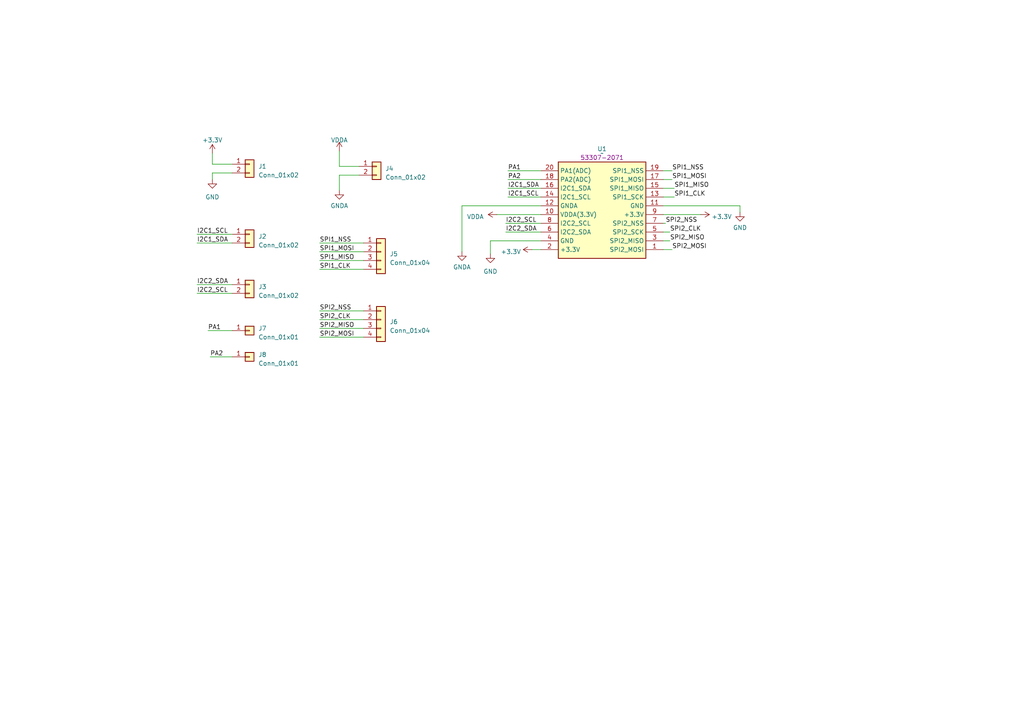
<source format=kicad_sch>
(kicad_sch (version 20230121) (generator eeschema)
  (paper "A4")
  (lib_symbols
    (symbol "Connector_Generic:Conn_01x01" (pin_names (offset 1.016) hide)
      (property "Reference" "J" (at 0 2.54 0))
      (property "Value" "Conn_01x01" (at 0 -2.54 0))
      (symbol "Conn_01x01_1_1"
        (rectangle (start -1.27 0.127) (end 0 -0.127) (stroke (width 0.1524)))
        (rectangle (start -1.27 1.27) (end 1.27 -1.27) (stroke (width 0.254)) (fill (type background)))
        (pin passive line (at -5.08 0 0) (length 3.81) (name "Pin_1") (number "1"))
      )
    )
    (symbol "Connector_Generic:Conn_01x02" (pin_names (offset 1.016) hide)
      (property "Reference" "J" (at 0 2.54 0))
      (property "Value" "Conn_01x02" (at 0 -5.08 0))
      (symbol "Conn_01x02_1_1"
        (rectangle (start -1.27 -2.413) (end 0 -2.667) (stroke (width 0.1524)))
        (rectangle (start -1.27 0.127) (end 0 -0.127) (stroke (width 0.1524)))
        (rectangle (start -1.27 1.27) (end 1.27 -3.81) (stroke (width 0.254)) (fill (type background)))
        (pin passive line (at -5.08 0 0) (length 3.81) (name "Pin_1") (number "1"))
        (pin passive line (at -5.08 -2.54 0) (length 3.81) (name "Pin_2") (number "2"))
      )
    )
    (symbol "Connector_Generic:Conn_01x04" (pin_names (offset 1.016) hide)
      (property "Reference" "J" (at 0 5.08 0))
      (property "Value" "Conn_01x04" (at 0 -7.62 0))
      (symbol "Conn_01x04_1_1"
        (rectangle (start -1.27 -4.953) (end 0 -5.207) (stroke (width 0.1524)))
        (rectangle (start -1.27 -2.413) (end 0 -2.667) (stroke (width 0.1524)))
        (rectangle (start -1.27 0.127) (end 0 -0.127) (stroke (width 0.1524)))
        (rectangle (start -1.27 2.667) (end 0 2.413) (stroke (width 0.1524)))
        (rectangle (start -1.27 3.81) (end 1.27 -6.35) (stroke (width 0.254)) (fill (type background)))
        (pin passive line (at -5.08 2.54 0) (length 3.81) (name "Pin_1") (number "1"))
        (pin passive line (at -5.08 0 0) (length 3.81) (name "Pin_2") (number "2"))
        (pin passive line (at -5.08 -2.54 0) (length 3.81) (name "Pin_3") (number "3"))
        (pin passive line (at -5.08 -5.08 0) (length 3.81) (name "Pin_4") (number "4"))
      )
    )
    (symbol "power:+3.3V" (power) (pin_names (offset 0))
      (property "Value" "+3.3V" (at 0 3.556 0))
      (symbol "+3.3V_0_1"
        (polyline (pts (xy -0.762 1.27) (xy 0 2.54)))
        (polyline (pts (xy 0 0) (xy 0 2.54)))
        (polyline (pts (xy 0 2.54) (xy 0.762 1.27)))
      )
      (symbol "+3.3V_1_1"
        (pin power_in line (at 0 0 90) (length 0) hide (name "+3.3V") (number "1"))
      )
    )
    (symbol "power:GND" (power) (pin_names (offset 0))
      (property "Value" "GND" (at 0 -3.81 0))
      (symbol "GND_0_1"
        (polyline (pts (xy 0 0) (xy 0 -1.27) (xy 1.27 -1.27) (xy 0 -2.54) (xy -1.27 -1.27) (xy 0 -1.27)))
      )
      (symbol "GND_1_1"
        (pin power_in line (at 0 0 270) (length 0) hide (name "GND") (number "1"))
      )
    )
    (symbol "power:GNDA" (power) (pin_names (offset 0))
      (property "Value" "GNDA" (at 0 -3.81 0))
      (symbol "GNDA_0_1"
        (polyline (pts (xy 0 0) (xy 0 -1.27) (xy 1.27 -1.27) (xy 0 -2.54) (xy -1.27 -1.27) (xy 0 -1.27)))
      )
      (symbol "GNDA_1_1"
        (pin power_in line (at 0 0 270) (length 0) hide (name "GNDA") (number "1"))
      )
    )
    (symbol "power:VDDA" (power) (pin_names (offset 0))
      (property "Value" "VDDA" (at 0 3.81 0))
      (symbol "VDDA_0_1"
        (polyline (pts (xy -0.762 1.27) (xy 0 2.54)))
        (polyline (pts (xy 0 0) (xy 0 2.54)))
        (polyline (pts (xy 0 2.54) (xy 0.762 1.27)))
      )
      (symbol "VDDA_1_1"
        (pin power_in line (at 0 0 90) (length 0) hide (name "VDDA") (number "1"))
      )
    )
    (symbol "utsvt-misc:PeripheralSOM"
      (property "Reference" "U" (at 0 -1.27 0))
      (property "P/N" "53307-2071" (at 0 0 0))
      (symbol "PeripheralSOM_1_1"
        (rectangle (start -12.7 -2.54) (end 12.7 -30.48) (stroke (width 0.254)) (fill (type background)))
        (pin passive line (at 17.78 -27.94 180) (length 5.08) (name "SPI2_MOSI") (number "1"))
        (pin passive line (at -17.78 -17.78 0) (length 5.08) (name "VDDA(3.3V)") (number "10"))
        (pin output line (at 17.78 -15.24 180) (length 5.08) (name "GND") (number "11"))
        (pin output line (at -17.78 -15.24 0) (length 5.08) (name "GNDA") (number "12"))
        (pin passive line (at 17.78 -12.7 180) (length 5.08) (name "SPI1_SCK") (number "13"))
        (pin passive line (at -17.78 -12.7 0) (length 5.08) (name "I2C1_SCL") (number "14"))
        (pin passive line (at 17.78 -10.16 180) (length 5.08) (name "SPI1_MISO") (number "15"))
        (pin passive line (at -17.78 -10.16 0) (length 5.08) (name "I2C1_SDA") (number "16"))
        (pin passive line (at 17.78 -7.62 180) (length 5.08) (name "SPI1_MOSI") (number "17"))
        (pin passive line (at -17.78 -7.62 0) (length 5.08) (name "PA2(ADC)") (number "18"))
        (pin passive line (at 17.78 -5.08 180) (length 5.08) (name "SPI1_NSS") (number "19"))
        (pin passive line (at -17.78 -27.94 0) (length 5.08) (name "+3.3V") (number "2"))
        (pin passive line (at -17.78 -5.08 0) (length 5.08) (name "PA1(ADC)") (number "20"))
        (pin passive line (at 17.78 -25.4 180) (length 5.08) (name "SPI2_MISO") (number "3"))
        (pin output line (at -17.78 -25.4 0) (length 5.08) (name "GND") (number "4"))
        (pin passive line (at 17.78 -22.86 180) (length 5.08) (name "SPI2_SCK") (number "5"))
        (pin passive line (at -17.78 -22.86 0) (length 5.08) (name "I2C2_SDA") (number "6"))
        (pin passive line (at 17.78 -20.32 180) (length 5.08) (name "SPI2_NSS") (number "7"))
        (pin passive line (at -17.78 -20.32 0) (length 5.08) (name "I2C2_SCL") (number "8"))
        (pin output line (at 17.78 -17.78 180) (length 5.08) (name "+3.3V") (number "9"))
      )
    )
  )
  (wire (pts (xy 98.425 50.8) (xy 98.425 55.245)))
  (wire (pts (xy 92.71 78.105) (xy 105.41 78.105)))
  (wire (pts (xy 192.405 52.07) (xy 194.945 52.07)))
  (wire (pts (xy 192.405 72.39) (xy 194.945 72.39)))
  (wire (pts (xy 61.595 47.625) (xy 67.31 47.625)))
  (wire (pts (xy 147.32 49.53) (xy 156.845 49.53)))
  (wire (pts (xy 147.32 57.15) (xy 156.845 57.15)))
  (wire (pts (xy 133.985 73.025) (xy 133.985 59.69)))
  (wire (pts (xy 92.71 70.485) (xy 105.41 70.485)))
  (wire (pts (xy 192.405 62.23) (xy 203.2 62.23)))
  (wire (pts (xy 192.405 67.31) (xy 194.31 67.31)))
  (wire (pts (xy 133.985 59.69) (xy 156.845 59.69)))
  (wire (pts (xy 57.15 85.09) (xy 67.31 85.09)))
  (wire (pts (xy 92.71 90.17) (xy 105.41 90.17)))
  (wire (pts (xy 147.32 54.61) (xy 156.845 54.61)))
  (wire (pts (xy 60.325 95.885) (xy 67.31 95.885)))
  (wire (pts (xy 61.595 50.165) (xy 67.31 50.165)))
  (wire (pts (xy 98.425 50.8) (xy 104.14 50.8)))
  (wire (pts (xy 193.04 64.77) (xy 192.405 64.77)))
  (wire (pts (xy 60.96 103.505) (xy 67.31 103.505)))
  (wire (pts (xy 154.305 72.39) (xy 156.845 72.39)))
  (wire (pts (xy 98.425 43.815) (xy 98.425 48.26)))
  (wire (pts (xy 92.71 97.79) (xy 105.41 97.79)))
  (wire (pts (xy 214.63 59.69) (xy 214.63 61.595)))
  (wire (pts (xy 192.405 49.53) (xy 194.945 49.53)))
  (wire (pts (xy 57.15 70.485) (xy 67.31 70.485)))
  (wire (pts (xy 192.405 54.61) (xy 195.58 54.61)))
  (wire (pts (xy 61.595 52.07) (xy 61.595 50.165)))
  (wire (pts (xy 142.24 69.85) (xy 156.845 69.85)))
  (wire (pts (xy 192.405 57.15) (xy 195.58 57.15)))
  (wire (pts (xy 92.71 95.25) (xy 105.41 95.25)))
  (wire (pts (xy 98.425 48.26) (xy 104.14 48.26)))
  (wire (pts (xy 92.71 75.565) (xy 105.41 75.565)))
  (wire (pts (xy 92.71 92.71) (xy 105.41 92.71)))
  (wire (pts (xy 192.405 59.69) (xy 214.63 59.69)))
  (wire (pts (xy 57.15 82.55) (xy 67.31 82.55)))
  (wire (pts (xy 192.405 69.85) (xy 194.31 69.85)))
  (wire (pts (xy 142.24 73.66) (xy 142.24 69.85)))
  (wire (pts (xy 147.32 52.07) (xy 156.845 52.07)))
  (wire (pts (xy 146.685 64.77) (xy 156.845 64.77)))
  (wire (pts (xy 61.595 44.45) (xy 61.595 47.625)))
  (wire (pts (xy 57.15 67.945) (xy 67.31 67.945)))
  (wire (pts (xy 92.71 73.025) (xy 105.41 73.025)))
  (wire (pts (xy 144.145 62.23) (xy 156.845 62.23)))
  (wire (pts (xy 146.685 67.31) (xy 156.845 67.31)))
  (label "SPI1_NSS" (at 194.945 49.53 0))
  (label "SPI2_CLK" (at 92.71 92.71 0))
  (label "PA1" (at 60.325 95.885 0))
  (label "SPI2_NSS" (at 92.71 90.17 0))
  (label "SPI1_MISO" (at 195.58 54.61 0))
  (label "I2C1_SDA" (at 57.15 70.485 0))
  (label "SPI1_NSS" (at 92.71 70.485 0))
  (label "I2C1_SCL" (at 57.15 67.945 0))
  (label "SPI2_MISO" (at 92.71 95.25 0))
  (label "PA2" (at 147.32 52.07 0))
  (label "I2C2_SDA" (at 57.15 82.55 0))
  (label "SPI2_MOSI" (at 194.945 72.39 0))
  (label "I2C2_SCL" (at 57.15 85.09 0))
  (label "I2C2_SCL" (at 146.685 64.77 0))
  (label "PA2" (at 60.96 103.505 0))
  (label "I2C1_SDA" (at 147.32 54.61 0))
  (label "SPI1_CLK" (at 92.71 78.105 0))
  (label "I2C1_SCL" (at 147.32 57.15 0))
  (label "SPI1_MISO" (at 92.71 75.565 0))
  (label "SPI1_MOSI" (at 92.71 73.025 0))
  (label "SPI1_CLK" (at 195.58 57.15 0))
  (label "I2C2_SDA" (at 146.685 67.31 0))
  (label "SPI2_CLK" (at 194.31 67.31 0))
  (label "PA1" (at 147.32 49.53 0))
  (label "SPI1_MOSI" (at 194.945 52.07 0))
  (label "SPI2_MOSI" (at 92.71 97.79 0))
  (label "SPI2_MISO" (at 194.31 69.85 0))
  (label "SPI2_NSS" (at 193.04 64.77 0))
  (symbol (lib_id "power:+3.3V") (at 61.595 44.45 0) (unit 1)
    (property "Reference" "#PWR01" (effects hide))
    (property "Value" "+3.3V" (at 61.595 40.64 0))
  )
  (symbol (lib_id "Connector_Generic:Conn_01x01") (at 72.39 95.885 0) (unit 1)
    (property "Reference" "J7" (at 74.93 95.25 0) (effects (justify left)))
    (property "Value" "Conn_01x01" (at 74.93 97.79 0) (effects (justify left)))
    (property "Footprint" "Connector_PinHeader_2.54mm:PinHeader_1x01_P2.54mm_Vertical" (effects hide))
  )
  (symbol (lib_id "Connector_Generic:Conn_01x02") (at 72.39 47.625 0) (unit 1)
    (property "Reference" "J1" (at 74.93 48.26 0) (effects (justify left)))
    (property "Value" "Conn_01x02" (at 74.93 50.8 0) (effects (justify left)))
    (property "Footprint" "Connector_PinHeader_2.54mm:PinHeader_1x02_P2.54mm_Vertical" (effects hide))
  )
  (symbol (lib_id "power:VDDA") (at 98.425 43.815 0) (unit 1)
    (property "Reference" "#PWR03" (effects hide))
    (property "Value" "VDDA" (at 98.425 40.64 0))
  )
  (symbol (lib_id "Connector_Generic:Conn_01x01") (at 72.39 103.505 0) (unit 1)
    (property "Reference" "J8" (at 74.93 102.87 0) (effects (justify left)))
    (property "Value" "Conn_01x01" (at 74.93 105.41 0) (effects (justify left)))
    (property "Footprint" "Connector_PinHeader_2.54mm:PinHeader_1x01_P2.54mm_Vertical" (effects hide))
  )
  (symbol (lib_id "power:GND") (at 214.63 61.595 0) (unit 1)
    (property "Reference" "#PWR06" (effects hide))
    (property "Value" "GND" (at 214.63 66.04 0))
  )
  (symbol (lib_id "Connector_Generic:Conn_01x02") (at 72.39 67.945 0) (unit 1)
    (property "Reference" "J2" (at 74.93 68.58 0) (effects (justify left)))
    (property "Value" "Conn_01x02" (at 74.93 71.12 0) (effects (justify left)))
    (property "Footprint" "Connector_PinHeader_2.54mm:PinHeader_1x02_P2.54mm_Vertical" (effects hide))
  )
  (symbol (lib_id "power:GNDA") (at 98.425 55.245 0) (unit 1)
    (property "Reference" "#PWR04" (effects hide))
    (property "Value" "GNDA" (at 98.425 59.69 0))
  )
  (symbol (lib_id "power:GND") (at 142.24 73.66 0) (unit 1)
    (property "Reference" "#PWR05" (effects hide))
    (property "Value" "GND" (at 142.24 78.74 0))
  )
  (symbol (lib_id "power:GND") (at 61.595 52.07 0) (unit 1)
    (property "Reference" "#PWR02" (effects hide))
    (property "Value" "GND" (at 61.595 57.15 0))
  )
  (symbol (lib_id "Connector_Generic:Conn_01x04") (at 110.49 73.025 0) (unit 1)
    (property "Reference" "J5" (at 113.03 73.66 0) (effects (justify left)))
    (property "Value" "Conn_01x04" (at 113.03 76.2 0) (effects (justify left)))
    (property "Footprint" "Connector_PinHeader_2.54mm:PinHeader_1x04_P2.54mm_Vertical" (effects hide))
  )
  (symbol (lib_id "power:+3.3V") (at 203.2 62.23 270) (unit 1)
    (property "Reference" "#PWR010" (effects hide))
    (property "Value" "+3.3V" (at 206.375 62.865 90) (effects (justify left)))
  )
  (symbol (lib_id "power:GNDA") (at 133.985 73.025 0) (unit 1)
    (property "Reference" "#PWR09" (effects hide))
    (property "Value" "GNDA" (at 133.985 77.47 0))
  )
  (symbol (lib_id "power:+3.3V") (at 154.305 72.39 90) (unit 1)
    (property "Reference" "#PWR07" (effects hide))
    (property "Value" "+3.3V" (at 151.13 73.025 90) (effects (justify left)))
  )
  (symbol (lib_id "utsvt-misc:PeripheralSOM") (at 174.625 44.45 0) (unit 1)
    (property "Reference" "U1" (at 174.625 43.18 0))
    (property "Value" "~" (at 174.625 44.45 0))
    (property "Footprint" "UTSVT_Special:PeripheralSOM" (effects hide))
    (property "Datasheet" "https://tools.molex.com/pdm_docs/sd/533072071_sd.pdf" (effects hide))
    (property "P/N" "53307-2071" (at 174.625 45.72 0))
    (property "Height" "3.85" (effects hide))
  )
  (symbol (lib_id "Connector_Generic:Conn_01x04") (at 110.49 92.71 0) (unit 1)
    (property "Reference" "J6" (at 113.03 93.345 0) (effects (justify left)))
    (property "Value" "Conn_01x04" (at 113.03 95.885 0) (effects (justify left)))
    (property "Footprint" "Connector_PinHeader_2.54mm:PinHeader_1x04_P2.54mm_Vertical" (effects hide))
  )
  (symbol (lib_id "Connector_Generic:Conn_01x02") (at 72.39 82.55 0) (unit 1)
    (property "Reference" "J3" (at 74.93 83.185 0) (effects (justify left)))
    (property "Value" "Conn_01x02" (at 74.93 85.725 0) (effects (justify left)))
    (property "Footprint" "Connector_PinHeader_2.54mm:PinHeader_1x02_P2.54mm_Vertical" (effects hide))
  )
  (symbol (lib_id "power:VDDA") (at 144.145 62.23 90) (unit 1)
    (property "Reference" "#PWR08" (effects hide))
    (property "Value" "VDDA" (at 140.335 62.865 90) (effects (justify left)))
  )
  (symbol (lib_id "Connector_Generic:Conn_01x02") (at 109.22 48.26 0) (unit 1)
    (property "Reference" "J4" (at 111.76 48.895 0) (effects (justify left)))
    (property "Value" "Conn_01x02" (at 111.76 51.435 0) (effects (justify left)))
    (property "Footprint" "Connector_PinHeader_2.54mm:PinHeader_1x02_P2.54mm_Vertical" (effects hide))
  )
)
</source>
